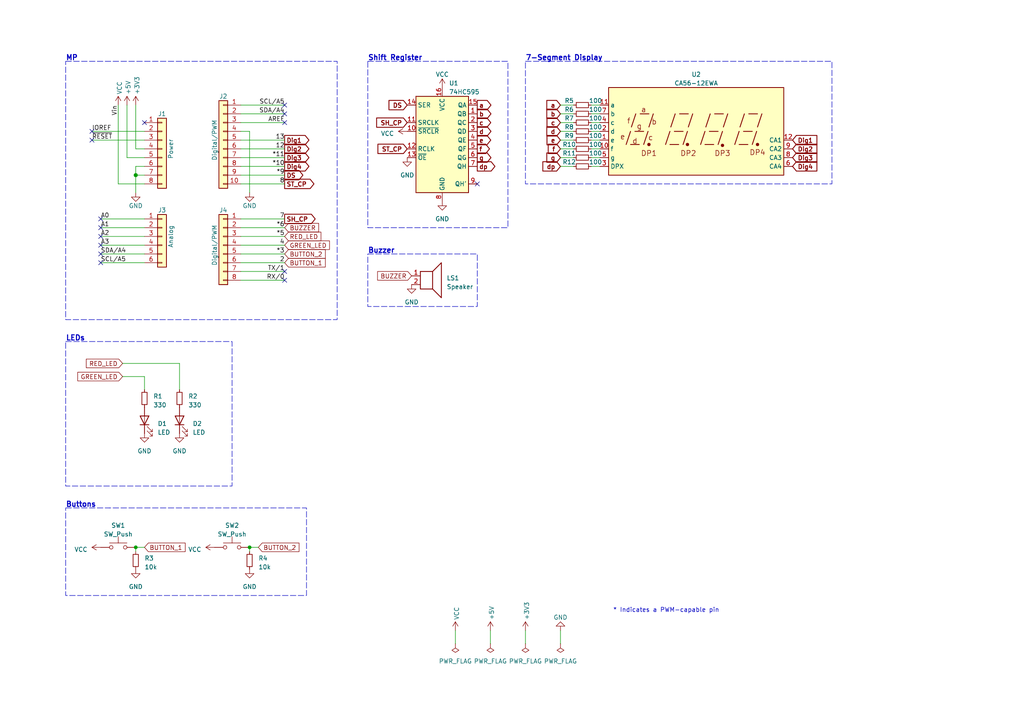
<source format=kicad_sch>
(kicad_sch (version 20230121) (generator eeschema)
  (paper "A4")
  (title_block (title "Kitchen Timer") (date "mar. 31 mars 2015") (rev "1.0") (company "University of Denver"))
  (lib_symbols
    (symbol "74xx:74HC595"
      (property "Reference" "U" (at -7.62 13.97 0))
      (property "Value" "74HC595" (at -7.62 -16.51 0))
      (symbol "74HC595_1_0"
        (pin tri_state line (at 10.16 7.62 180) (length 2.54) (name "QB") (number "1"))
        (pin input line (at -10.16 2.54 0) (length 2.54) (name "~{SRCLR}") (number "10"))
        (pin input line (at -10.16 5.08 0) (length 2.54) (name "SRCLK") (number "11"))
        (pin input line (at -10.16 -2.54 0) (length 2.54) (name "RCLK") (number "12"))
        (pin input line (at -10.16 -5.08 0) (length 2.54) (name "~{OE}") (number "13"))
        (pin input line (at -10.16 10.16 0) (length 2.54) (name "SER") (number "14"))
        (pin tri_state line (at 10.16 10.16 180) (length 2.54) (name "QA") (number "15"))
        (pin power_in line (at 0 15.24 270) (length 2.54) (name "VCC") (number "16"))
        (pin tri_state line (at 10.16 5.08 180) (length 2.54) (name "QC") (number "2"))
        (pin tri_state line (at 10.16 2.54 180) (length 2.54) (name "QD") (number "3"))
        (pin tri_state line (at 10.16 0 180) (length 2.54) (name "QE") (number "4"))
        (pin tri_state line (at 10.16 -2.54 180) (length 2.54) (name "QF") (number "5"))
        (pin tri_state line (at 10.16 -5.08 180) (length 2.54) (name "QG") (number "6"))
        (pin tri_state line (at 10.16 -7.62 180) (length 2.54) (name "QH") (number "7"))
        (pin power_in line (at 0 -17.78 90) (length 2.54) (name "GND") (number "8"))
        (pin output line (at 10.16 -12.7 180) (length 2.54) (name "QH'") (number "9"))
      )
      (symbol "74HC595_1_1"
        (rectangle (start -7.62 12.7) (end 7.62 -15.24) (stroke (width 0.254)) (fill (type background)))
      )
    )
    (symbol "Connector_Generic:Conn_01x06" (pin_names (offset 1.016) hide)
      (property "Reference" "J" (at 0 7.62 0))
      (property "Value" "Conn_01x06" (at 0 -10.16 0))
      (symbol "Conn_01x06_1_1"
        (rectangle (start -1.27 -7.493) (end 0 -7.747) (stroke (width 0.1524)))
        (rectangle (start -1.27 -4.953) (end 0 -5.207) (stroke (width 0.1524)))
        (rectangle (start -1.27 -2.413) (end 0 -2.667) (stroke (width 0.1524)))
        (rectangle (start -1.27 0.127) (end 0 -0.127) (stroke (width 0.1524)))
        (rectangle (start -1.27 2.667) (end 0 2.413) (stroke (width 0.1524)))
        (rectangle (start -1.27 5.207) (end 0 4.953) (stroke (width 0.1524)))
        (rectangle (start -1.27 6.35) (end 1.27 -8.89) (stroke (width 0.254)) (fill (type background)))
        (pin passive line (at -5.08 5.08 0) (length 3.81) (name "Pin_1") (number "1"))
        (pin passive line (at -5.08 2.54 0) (length 3.81) (name "Pin_2") (number "2"))
        (pin passive line (at -5.08 0 0) (length 3.81) (name "Pin_3") (number "3"))
        (pin passive line (at -5.08 -2.54 0) (length 3.81) (name "Pin_4") (number "4"))
        (pin passive line (at -5.08 -5.08 0) (length 3.81) (name "Pin_5") (number "5"))
        (pin passive line (at -5.08 -7.62 0) (length 3.81) (name "Pin_6") (number "6"))
      )
    )
    (symbol "Connector_Generic:Conn_01x08" (pin_names (offset 1.016) hide)
      (property "Reference" "J" (at 0 10.16 0))
      (property "Value" "Conn_01x08" (at 0 -12.7 0))
      (symbol "Conn_01x08_1_1"
        (rectangle (start -1.27 -10.033) (end 0 -10.287) (stroke (width 0.1524)))
        (rectangle (start -1.27 -7.493) (end 0 -7.747) (stroke (width 0.1524)))
        (rectangle (start -1.27 -4.953) (end 0 -5.207) (stroke (width 0.1524)))
        (rectangle (start -1.27 -2.413) (end 0 -2.667) (stroke (width 0.1524)))
        (rectangle (start -1.27 0.127) (end 0 -0.127) (stroke (width 0.1524)))
        (rectangle (start -1.27 2.667) (end 0 2.413) (stroke (width 0.1524)))
        (rectangle (start -1.27 5.207) (end 0 4.953) (stroke (width 0.1524)))
        (rectangle (start -1.27 7.747) (end 0 7.493) (stroke (width 0.1524)))
        (rectangle (start -1.27 8.89) (end 1.27 -11.43) (stroke (width 0.254)) (fill (type background)))
        (pin passive line (at -5.08 7.62 0) (length 3.81) (name "Pin_1") (number "1"))
        (pin passive line (at -5.08 5.08 0) (length 3.81) (name "Pin_2") (number "2"))
        (pin passive line (at -5.08 2.54 0) (length 3.81) (name "Pin_3") (number "3"))
        (pin passive line (at -5.08 0 0) (length 3.81) (name "Pin_4") (number "4"))
        (pin passive line (at -5.08 -2.54 0) (length 3.81) (name "Pin_5") (number "5"))
        (pin passive line (at -5.08 -5.08 0) (length 3.81) (name "Pin_6") (number "6"))
        (pin passive line (at -5.08 -7.62 0) (length 3.81) (name "Pin_7") (number "7"))
        (pin passive line (at -5.08 -10.16 0) (length 3.81) (name "Pin_8") (number "8"))
      )
    )
    (symbol "Connector_Generic:Conn_01x10" (pin_names (offset 1.016) hide)
      (property "Reference" "J" (at 0 12.7 0))
      (property "Value" "Conn_01x10" (at 0 -15.24 0))
      (symbol "Conn_01x10_1_1"
        (rectangle (start -1.27 -12.573) (end 0 -12.827) (stroke (width 0.1524)))
        (rectangle (start -1.27 -10.033) (end 0 -10.287) (stroke (width 0.1524)))
        (rectangle (start -1.27 -7.493) (end 0 -7.747) (stroke (width 0.1524)))
        (rectangle (start -1.27 -4.953) (end 0 -5.207) (stroke (width 0.1524)))
        (rectangle (start -1.27 -2.413) (end 0 -2.667) (stroke (width 0.1524)))
        (rectangle (start -1.27 0.127) (end 0 -0.127) (stroke (width 0.1524)))
        (rectangle (start -1.27 2.667) (end 0 2.413) (stroke (width 0.1524)))
        (rectangle (start -1.27 5.207) (end 0 4.953) (stroke (width 0.1524)))
        (rectangle (start -1.27 7.747) (end 0 7.493) (stroke (width 0.1524)))
        (rectangle (start -1.27 10.287) (end 0 10.033) (stroke (width 0.1524)))
        (rectangle (start -1.27 11.43) (end 1.27 -13.97) (stroke (width 0.254)) (fill (type background)))
        (pin passive line (at -5.08 10.16 0) (length 3.81) (name "Pin_1") (number "1"))
        (pin passive line (at -5.08 -12.7 0) (length 3.81) (name "Pin_10") (number "10"))
        (pin passive line (at -5.08 7.62 0) (length 3.81) (name "Pin_2") (number "2"))
        (pin passive line (at -5.08 5.08 0) (length 3.81) (name "Pin_3") (number "3"))
        (pin passive line (at -5.08 2.54 0) (length 3.81) (name "Pin_4") (number "4"))
        (pin passive line (at -5.08 0 0) (length 3.81) (name "Pin_5") (number "5"))
        (pin passive line (at -5.08 -2.54 0) (length 3.81) (name "Pin_6") (number "6"))
        (pin passive line (at -5.08 -5.08 0) (length 3.81) (name "Pin_7") (number "7"))
        (pin passive line (at -5.08 -7.62 0) (length 3.81) (name "Pin_8") (number "8"))
        (pin passive line (at -5.08 -10.16 0) (length 3.81) (name "Pin_9") (number "9"))
      )
    )
    (symbol "Device:LED" (pin_numbers hide) (pin_names (offset 1.016) hide)
      (property "Reference" "D" (at 0 2.54 0))
      (property "Value" "LED" (at 0 -2.54 0))
      (symbol "LED_0_1"
        (polyline (pts (xy -1.27 -1.27) (xy -1.27 1.27)) (stroke (width 0.254)))
        (polyline (pts (xy -1.27 0) (xy 1.27 0)))
        (polyline (pts (xy 1.27 -1.27) (xy 1.27 1.27) (xy -1.27 0) (xy 1.27 -1.27)) (stroke (width 0.254)))
        (polyline (pts (xy -3.048 -0.762) (xy -4.572 -2.286) (xy -3.81 -2.286) (xy -4.572 -2.286) (xy -4.572 -1.524)))
        (polyline (pts (xy -1.778 -0.762) (xy -3.302 -2.286) (xy -2.54 -2.286) (xy -3.302 -2.286) (xy -3.302 -1.524)))
      )
      (symbol "LED_1_1"
        (pin passive line (at -3.81 0 0) (length 2.54) (name "K") (number "1"))
        (pin passive line (at 3.81 0 180) (length 2.54) (name "A") (number "2"))
      )
    )
    (symbol "Device:R_Small" (pin_numbers hide) (pin_names (offset 0.254) hide)
      (property "Reference" "R" (at 0.762 0.508 0))
      (property "Value" "R_Small" (at 0.762 -1.016 0))
      (symbol "R_Small_0_1"
        (rectangle (start -0.762 1.778) (end 0.762 -1.778) (stroke (width 0.2032)))
      )
      (symbol "R_Small_1_1"
        (pin passive line (at 0 2.54 270) (length 0.762) (name "~") (number "1"))
        (pin passive line (at 0 -2.54 90) (length 0.762) (name "~") (number "2"))
      )
    )
    (symbol "Device:Speaker" (pin_names (offset 0) hide)
      (property "Reference" "LS" (at 1.27 5.715 0))
      (property "Value" "Speaker" (at 1.27 3.81 0))
      (symbol "Speaker_0_0"
        (rectangle (start -2.54 1.27) (end 1.016 -3.81) (stroke (width 0.254)))
        (polyline (pts (xy 1.016 1.27) (xy 3.556 3.81) (xy 3.556 -6.35) (xy 1.016 -3.81)) (stroke (width 0.254)))
      )
      (symbol "Speaker_1_1"
        (pin input line (at -5.08 0 0) (length 2.54) (name "1") (number "1"))
        (pin input line (at -5.08 -2.54 0) (length 2.54) (name "2") (number "2"))
      )
    )
    (symbol "Display_Character:CA56-12EWA"
      (property "Reference" "U" (at -24.13 13.97 0))
      (property "Value" "CA56-12EWA" (at 19.05 13.97 0))
      (symbol "CA56-12EWA_0_0"
        (rectangle (start -25.4 12.7) (end 25.4 -12.7) (stroke (width 0.254)) (fill (type background)))
        (polyline (pts (xy -20.32 -3.81) (xy -19.05 0)) (stroke (width 0.254)))
        (polyline (pts (xy -19.05 -3.81) (xy -16.51 -3.81)) (stroke (width 0.254)))
        (polyline (pts (xy -18.796 1.27) (xy -17.526 5.08)) (stroke (width 0.254)))
        (polyline (pts (xy -17.78 0) (xy -15.24 0)) (stroke (width 0.254)))
        (polyline (pts (xy -16.256 5.08) (xy -13.716 5.08)) (stroke (width 0.254)))
        (polyline (pts (xy -15.24 -3.81) (xy -13.97 0)) (stroke (width 0.254)))
        (polyline (pts (xy -13.716 1.27) (xy -12.446 5.08)) (stroke (width 0.254)))
        (polyline (pts (xy -8.89 -3.81) (xy -7.62 0)) (stroke (width 0.254)))
        (polyline (pts (xy -7.62 -3.81) (xy -5.08 -3.81)) (stroke (width 0.254)))
        (polyline (pts (xy -7.366 1.27) (xy -6.096 5.08)) (stroke (width 0.254)))
        (polyline (pts (xy -6.35 0) (xy -3.81 0)) (stroke (width 0.254)))
        (polyline (pts (xy -4.826 5.08) (xy -2.286 5.08)) (stroke (width 0.254)))
        (polyline (pts (xy -3.81 -3.81) (xy -2.54 0)) (stroke (width 0.254)))
        (polyline (pts (xy -2.286 1.27) (xy -1.016 5.08)) (stroke (width 0.254)))
        (polyline (pts (xy 1.27 -3.81) (xy 2.54 0)) (stroke (width 0.254)))
        (polyline (pts (xy 2.54 -3.81) (xy 5.08 -3.81)) (stroke (width 0.254)))
        (polyline (pts (xy 2.794 1.27) (xy 4.064 5.08)) (stroke (width 0.254)))
        (polyline (pts (xy 3.81 0) (xy 6.35 0)) (stroke (width 0.254)))
        (polyline (pts (xy 5.334 5.08) (xy 7.874 5.08)) (stroke (width 0.254)))
        (polyline (pts (xy 6.35 -3.81) (xy 7.62 0)) (stroke (width 0.254)))
        (polyline (pts (xy 7.874 1.27) (xy 9.144 5.08)) (stroke (width 0.254)))
        (polyline (pts (xy 11.176 -3.81) (xy 12.446 0)) (stroke (width 0.254)))
        (polyline (pts (xy 12.446 -3.81) (xy 14.986 -3.81)) (stroke (width 0.254)))
        (polyline (pts (xy 12.7 1.27) (xy 13.97 5.08)) (stroke (width 0.254)))
        (polyline (pts (xy 13.716 0) (xy 16.256 0)) (stroke (width 0.254)))
        (polyline (pts (xy 15.24 5.08) (xy 17.78 5.08)) (stroke (width 0.254)))
        (polyline (pts (xy 16.256 -3.81) (xy 17.526 0)) (stroke (width 0.254)))
        (polyline (pts (xy 17.78 1.27) (xy 19.05 5.08)) (stroke (width 0.254)))
        (text "a" (at -15.24 6.35 0) (effects (font (size 1.524 1.524))))
        (text "b" (at -12.192 2.794 0) (effects (font (size 1.524 1.524))))
        (text "c" (at -13.208 -1.778 0) (effects (font (size 1.524 1.524))))
        (text "d" (at -17.78 -2.794 0) (effects (font (size 1.524 1.524))))
        (text "DP1" (at -13.716 -6.35 0) (effects (font (size 1.524 1.524))))
        (text "DP2" (at -2.286 -6.35 0) (effects (font (size 1.524 1.524))))
        (text "DP3" (at 7.62 -6.35 0) (effects (font (size 1.524 1.524))))
        (text "DP4" (at 17.78 -6.096 0) (effects (font (size 1.524 1.524))))
        (text "e" (at -21.336 -1.524 0) (effects (font (size 1.524 1.524))))
        (text "f" (at -19.558 3.048 0) (effects (font (size 1.524 1.524))))
        (text "g" (at -16.51 1.524 0) (effects (font (size 1.524 1.524))))
      )
      (symbol "CA56-12EWA_0_1"
        (circle (center -13.716 -3.81) (radius 0.3556) (stroke (width 0.254)) (fill (type outline)))
        (circle (center -2.54 -3.81) (radius 0.3556) (stroke (width 0.254)) (fill (type outline)))
      )
      (symbol "CA56-12EWA_1_0"
        (circle (center 7.62 -4.064) (radius 0.3556) (stroke (width 0.254)) (fill (type outline)))
        (circle (center 17.78 -3.81) (radius 0.3556) (stroke (width 0.254)) (fill (type outline)))
      )
      (symbol "CA56-12EWA_1_1"
        (pin input line (at -27.94 -2.54 0) (length 2.54) (name "e") (number "1"))
        (pin input line (at -27.94 -5.08 0) (length 2.54) (name "f") (number "10"))
        (pin input line (at -27.94 7.62 0) (length 2.54) (name "a") (number "11"))
        (pin input line (at 27.94 -2.54 180) (length 2.54) (name "CA1") (number "12"))
        (pin input line (at -27.94 0 0) (length 2.54) (name "d") (number "2"))
        (pin input line (at -27.94 -10.16 0) (length 2.54) (name "DPX") (number "3"))
        (pin input line (at -27.94 2.54 0) (length 2.54) (name "c") (number "4"))
        (pin input line (at -27.94 -7.62 0) (length 2.54) (name "g") (number "5"))
        (pin input line (at 27.94 -10.16 180) (length 2.54) (name "CA4") (number "6"))
        (pin input line (at -27.94 5.08 0) (length 2.54) (name "b") (number "7"))
        (pin input line (at 27.94 -7.62 180) (length 2.54) (name "CA3") (number "8"))
        (pin input line (at 27.94 -5.08 180) (length 2.54) (name "CA2") (number "9"))
      )
    )
    (symbol "GND_1" (power) (pin_names (offset 0))
      (property "Value" "GND_1" (at 0 -3.81 0))
      (symbol "GND_1_0_1"
        (polyline (pts (xy 0 0) (xy 0 -1.27) (xy 1.27 -1.27) (xy 0 -2.54) (xy -1.27 -1.27) (xy 0 -1.27)))
      )
      (symbol "GND_1_1_1"
        (pin power_in line (at 0 0 270) (length 0) hide (name "GND") (number "1"))
      )
    )
    (symbol "GND_2" (power) (pin_names (offset 0))
      (property "Value" "GND_2" (at 0 -3.81 0))
      (symbol "GND_2_0_1"
        (polyline (pts (xy 0 0) (xy 0 -1.27) (xy 1.27 -1.27) (xy 0 -2.54) (xy -1.27 -1.27) (xy 0 -1.27)))
      )
      (symbol "GND_2_1_1"
        (pin power_in line (at 0 0 270) (length 0) hide (name "GND") (number "1"))
      )
    )
    (symbol "GND_3" (power) (pin_names (offset 0))
      (property "Value" "GND_3" (at 0 -3.81 0))
      (symbol "GND_3_0_1"
        (polyline (pts (xy 0 0) (xy 0 -1.27) (xy 1.27 -1.27) (xy 0 -2.54) (xy -1.27 -1.27) (xy 0 -1.27)))
      )
      (symbol "GND_3_1_1"
        (pin power_in line (at 0 0 270) (length 0) hide (name "GND") (number "1"))
      )
    )
    (symbol "GND_4" (power) (pin_names (offset 0))
      (property "Value" "GND_4" (at 0 -3.81 0))
      (symbol "GND_4_0_1"
        (polyline (pts (xy 0 0) (xy 0 -1.27) (xy 1.27 -1.27) (xy 0 -2.54) (xy -1.27 -1.27) (xy 0 -1.27)))
      )
      (symbol "GND_4_1_1"
        (pin power_in line (at 0 0 270) (length 0) hide (name "GND") (number "1"))
      )
    )
    (symbol "GND_5" (power) (pin_names (offset 0))
      (property "Value" "GND_5" (at 0 -3.81 0))
      (symbol "GND_5_0_1"
        (polyline (pts (xy 0 0) (xy 0 -1.27) (xy 1.27 -1.27) (xy 0 -2.54) (xy -1.27 -1.27) (xy 0 -1.27)))
      )
      (symbol "GND_5_1_1"
        (pin power_in line (at 0 0 270) (length 0) hide (name "GND") (number "1"))
      )
    )
    (symbol "Switch:SW_Push" (pin_numbers hide) (pin_names (offset 1.016) hide)
      (property "Reference" "SW" (at 1.27 2.54 0))
      (property "Value" "SW_Push" (at 0 -1.524 0))
      (symbol "SW_Push_0_1"
        (circle (center -2.032 0) (radius 0.508))
        (polyline (pts (xy 0 1.27) (xy 0 3.048)))
        (polyline (pts (xy 2.54 1.27) (xy -2.54 1.27)))
        (circle (center 2.032 0) (radius 0.508))
        (pin passive line (at -5.08 0 0) (length 2.54) (name "1") (number "1"))
        (pin passive line (at 5.08 0 180) (length 2.54) (name "2") (number "2"))
      )
    )
    (symbol "VCC_1" (power) (pin_names (offset 0))
      (property "Value" "VCC_1" (at 0 3.81 0))
      (symbol "VCC_1_0_1"
        (polyline (pts (xy -0.762 1.27) (xy 0 2.54)))
        (polyline (pts (xy 0 0) (xy 0 2.54)))
        (polyline (pts (xy 0 2.54) (xy 0.762 1.27)))
      )
      (symbol "VCC_1_1_1"
        (pin power_in line (at 0 0 90) (length 0) hide (name "VCC") (number "1"))
      )
    )
    (symbol "VCC_2" (power) (pin_names (offset 0))
      (property "Value" "VCC_2" (at 0 3.81 0))
      (symbol "VCC_2_0_1"
        (polyline (pts (xy -0.762 1.27) (xy 0 2.54)))
        (polyline (pts (xy 0 0) (xy 0 2.54)))
        (polyline (pts (xy 0 2.54) (xy 0.762 1.27)))
      )
      (symbol "VCC_2_1_1"
        (pin power_in line (at 0 0 90) (length 0) hide (name "VCC") (number "1"))
      )
    )
    (symbol "power:+3V3" (power) (pin_names (offset 0))
      (property "Value" "+3V3" (at 0 3.556 0))
      (symbol "+3V3_0_1"
        (polyline (pts (xy -0.762 1.27) (xy 0 2.54)))
        (polyline (pts (xy 0 0) (xy 0 2.54)))
        (polyline (pts (xy 0 2.54) (xy 0.762 1.27)))
      )
      (symbol "+3V3_1_1"
        (pin power_in line (at 0 0 90) (length 0) hide (name "+3V3") (number "1"))
      )
    )
    (symbol "power:+5V" (power) (pin_names (offset 0))
      (property "Value" "+5V" (at 0 3.556 0))
      (symbol "+5V_0_1"
        (polyline (pts (xy -0.762 1.27) (xy 0 2.54)))
        (polyline (pts (xy 0 0) (xy 0 2.54)))
        (polyline (pts (xy 0 2.54) (xy 0.762 1.27)))
      )
      (symbol "+5V_1_1"
        (pin power_in line (at 0 0 90) (length 0) hide (name "+5V") (number "1"))
      )
    )
    (symbol "power:GND" (power) (pin_names (offset 0))
      (property "Value" "GND" (at 0 -3.81 0))
      (symbol "GND_0_1"
        (polyline (pts (xy 0 0) (xy 0 -1.27) (xy 1.27 -1.27) (xy 0 -2.54) (xy -1.27 -1.27) (xy 0 -1.27)))
      )
      (symbol "GND_1_1"
        (pin power_in line (at 0 0 270) (length 0) hide (name "GND") (number "1"))
      )
    )
    (symbol "power:PWR_FLAG" (power) (pin_numbers hide) (pin_names (offset 0) hide)
      (property "Value" "PWR_FLAG" (at 0 3.81 0))
      (symbol "PWR_FLAG_0_0"
        (pin power_out line (at 0 0 90) (length 0) (name "pwr") (number "1"))
      )
      (symbol "PWR_FLAG_0_1"
        (polyline (pts (xy 0 0) (xy 0 1.27) (xy -1.016 1.905) (xy 0 2.54) (xy 1.016 1.905) (xy 0 1.27)))
      )
    )
    (symbol "power:VCC" (power) (pin_names (offset 0))
      (property "Value" "VCC" (at 0 3.81 0))
      (symbol "VCC_0_1"
        (polyline (pts (xy -0.762 1.27) (xy 0 2.54)))
        (polyline (pts (xy 0 0) (xy 0 2.54)))
        (polyline (pts (xy 0 2.54) (xy 0.762 1.27)))
      )
      (symbol "VCC_1_1"
        (pin power_in line (at 0 0 90) (length 0) hide (name "VCC") (number "1"))
      )
    )
  )
  (junction (at 39.37 50.8) (diameter 1.016))
  (junction (at 72.39 158.75))
  (junction (at 39.37 158.75))
  (no_connect (at 82.55 35.56))
  (no_connect (at 29.21 66.04))
  (no_connect (at 29.21 68.58))
  (no_connect (at 26.67 40.64))
  (no_connect (at 29.21 63.5))
  (no_connect (at 138.43 53.34))
  (no_connect (at 29.21 71.12))
  (no_connect (at 26.67 38.1))
  (no_connect (at 82.55 30.48))
  (no_connect (at 29.21 73.66))
  (no_connect (at 29.21 76.2))
  (no_connect (at 82.55 81.28))
  (no_connect (at 82.55 78.74))
  (no_connect (at 41.91 35.56))
  (no_connect (at 82.55 33.02))
  (wire (pts (xy 69.85 81.28) (xy 82.55 81.28)))
  (wire (pts (xy 171.45 45.72) (xy 173.99 45.72)))
  (wire (pts (xy 69.85 48.26) (xy 82.55 48.26)))
  (wire (pts (xy 35.56 105.41) (xy 52.07 105.41)))
  (wire (pts (xy 69.85 30.48) (xy 82.55 30.48)))
  (wire (pts (xy 171.45 33.02) (xy 173.99 33.02)))
  (wire (pts (xy 39.37 48.26) (xy 39.37 50.8)))
  (wire (pts (xy 171.45 43.18) (xy 173.99 43.18)))
  (wire (pts (xy 171.45 48.26) (xy 173.99 48.26)))
  (wire (pts (xy 52.07 113.03) (xy 52.07 105.41)))
  (wire (pts (xy 29.21 76.2) (xy 41.91 76.2)))
  (wire (pts (xy 162.56 38.1) (xy 166.37 38.1)))
  (wire (pts (xy 39.37 50.8) (xy 39.37 55.88)))
  (wire (pts (xy 39.37 43.18) (xy 41.91 43.18)))
  (wire (pts (xy 36.83 45.72) (xy 41.91 45.72)))
  (wire (pts (xy 36.83 30.48) (xy 36.83 45.72)))
  (wire (pts (xy 35.56 109.22) (xy 41.91 109.22)))
  (wire (pts (xy 162.56 182.88) (xy 162.56 186.69)))
  (wire (pts (xy 69.85 40.64) (xy 82.55 40.64)))
  (wire (pts (xy 39.37 30.48) (xy 39.37 43.18)))
  (wire (pts (xy 69.85 63.5) (xy 82.55 63.5)))
  (wire (pts (xy 41.91 63.5) (xy 29.21 63.5)))
  (wire (pts (xy 171.45 38.1) (xy 173.99 38.1)))
  (wire (pts (xy 69.85 43.18) (xy 82.55 43.18)))
  (wire (pts (xy 69.85 66.04) (xy 82.55 66.04)))
  (wire (pts (xy 162.56 30.48) (xy 166.37 30.48)))
  (wire (pts (xy 162.56 43.18) (xy 166.37 43.18)))
  (wire (pts (xy 162.56 40.64) (xy 166.37 40.64)))
  (wire (pts (xy 171.45 30.48) (xy 173.99 30.48)))
  (wire (pts (xy 72.39 158.75) (xy 72.39 160.02)))
  (wire (pts (xy 69.85 50.8) (xy 82.55 50.8)))
  (wire (pts (xy 162.56 48.26) (xy 166.37 48.26)))
  (wire (pts (xy 69.85 71.12) (xy 82.55 71.12)))
  (wire (pts (xy 162.56 33.02) (xy 166.37 33.02)))
  (wire (pts (xy 26.67 38.1) (xy 41.91 38.1)))
  (wire (pts (xy 142.24 182.88) (xy 142.24 186.69)))
  (wire (pts (xy 132.08 182.88) (xy 132.08 186.69)))
  (wire (pts (xy 171.45 40.64) (xy 173.99 40.64)))
  (wire (pts (xy 41.91 113.03) (xy 41.91 109.22)))
  (wire (pts (xy 72.39 38.1) (xy 72.39 55.88)))
  (wire (pts (xy 69.85 35.56) (xy 82.55 35.56)))
  (wire (pts (xy 41.91 68.58) (xy 29.21 68.58)))
  (wire (pts (xy 26.67 40.64) (xy 41.91 40.64)))
  (wire (pts (xy 41.91 50.8) (xy 39.37 50.8)))
  (wire (pts (xy 41.91 53.34) (xy 34.29 53.34)))
  (wire (pts (xy 29.21 66.04) (xy 41.91 66.04)))
  (wire (pts (xy 162.56 35.56) (xy 166.37 35.56)))
  (wire (pts (xy 39.37 158.75) (xy 39.37 160.02)))
  (wire (pts (xy 171.45 35.56) (xy 173.99 35.56)))
  (wire (pts (xy 152.4 182.88) (xy 152.4 186.69)))
  (wire (pts (xy 69.85 38.1) (xy 72.39 38.1)))
  (wire (pts (xy 39.37 158.75) (xy 41.91 158.75)))
  (wire (pts (xy 41.91 48.26) (xy 39.37 48.26)))
  (wire (pts (xy 69.85 45.72) (xy 82.55 45.72)))
  (wire (pts (xy 69.85 68.58) (xy 82.55 68.58)))
  (wire (pts (xy 162.56 45.72) (xy 166.37 45.72)))
  (wire (pts (xy 29.21 71.12) (xy 41.91 71.12)))
  (wire (pts (xy 69.85 33.02) (xy 82.55 33.02)))
  (wire (pts (xy 69.85 76.2) (xy 82.55 76.2)))
  (wire (pts (xy 69.85 73.66) (xy 82.55 73.66)))
  (wire (pts (xy 69.85 78.74) (xy 82.55 78.74)))
  (wire (pts (xy 72.39 158.75) (xy 74.93 158.75)))
  (wire (pts (xy 34.29 53.34) (xy 34.29 30.48)))
  (wire (pts (xy 41.91 73.66) (xy 29.21 73.66)))
  (wire (pts (xy 69.85 53.34) (xy 82.55 53.34)))
  (rectangle (start 106.68 17.78) (end 147.32 66.04) (stroke (width 0) (type dash)))
  (rectangle (start 152.4 17.78) (end 241.3 53.34) (stroke (width 0) (type dash)))
  (rectangle (start 31.75 147.32) (end 31.75 147.32))
  (rectangle (start 19.05 17.78) (end 97.79 92.71) (stroke (width 0) (type dash)))
  (rectangle (start 19.05 99.06) (end 67.31 140.97) (stroke (width 0) (type dash)))
  (rectangle (start 19.05 147.32) (end 88.9 172.72) (stroke (width 0) (type dash)))
  (rectangle (start 106.68 73.66) (end 138.43 88.9) (stroke (width 0) (type dash)))
  (text "Buzzer" (at 106.68 73.66 0) (effects (font (size 1.5 1.5) (thickness 0.3) bold) (justify left bottom)))
  (text "Buttons" (at 19.05 147.32 0) (effects (font (size 1.5 1.5) (thickness 0.3) bold) (justify left bottom)))
  (text "MP" (at 19.05 17.78 0) (effects (font (size 1.5 1.5) (thickness 0.3) bold) (justify left bottom)))
  (text "7-Segment Display" (at 152.4 17.78 0) (effects (font (size 1.5 1.5) bold) (justify left bottom)))
  (text "Shift Register" (at 106.68 17.78 0) (effects (font (size 1.5 1.5) bold) (justify left bottom)))
  (text "* Indicates a PWM-capable pin" (at 177.8 177.8 0) (effects (font (size 1.27 1.27)) (justify left bottom)))
  (text "LEDs\n" (at 19.05 99.06 0) (effects (font (size 1.5 1.5) (thickness 0.3) bold) (justify left bottom)))
  (label "RX{slash}0" (at 82.55 81.28 180))
  (label "A2" (at 29.21 68.58 0))
  (label "4" (at 82.55 71.12 180))
  (label "2" (at 82.55 76.2 180))
  (label "A3" (at 29.21 71.12 0))
  (label "13" (at 82.55 40.64 180))
  (label "12" (at 82.55 43.18 180))
  (label "~{RESET}" (at 26.67 40.64 0))
  (label "*10" (at 82.55 48.26 180))
  (label "7" (at 82.55 63.5 180))
  (label "SDA{slash}A4" (at 82.55 33.02 180))
  (label "8" (at 82.55 53.34 180))
  (label "*11" (at 82.55 45.72 180))
  (label "*3" (at 82.55 73.66 180))
  (label "A1" (at 29.21 66.04 0))
  (label "TX{slash}1" (at 82.55 78.74 180))
  (label "A0" (at 29.21 63.5 0))
  (label "AREF" (at 82.55 35.56 180))
  (label "Vin" (at 34.29 30.48 270))
  (label "*6" (at 82.55 66.04 180))
  (label "SCL{slash}A5" (at 82.55 30.48 180))
  (label "*9" (at 82.55 50.8 180))
  (label "*5" (at 82.55 68.58 180))
  (label "IOREF" (at 26.67 38.1 0))
  (label "SDA{slash}A4" (at 29.21 73.66 0))
  (label "SCL{slash}A5" (at 29.21 76.2 0))
  (global_label "Dig4" (shape input) (at 229.87 48.26 0) (effects (font bold)) (property "Intersheetrefs" "${INTERSHEET_REFS}" (effects hide)))
  (global_label "Dig3" (shape input) (at 229.87 45.72 0) (effects (font bold)) (property "Intersheetrefs" "${INTERSHEET_REFS}" (effects hide)))
  (global_label "GREEN_LED" (shape input) (at 35.56 109.22 180) (property "Intersheetrefs" "${INTERSHEET_REFS}" (effects hide)))
  (global_label "e" (shape input) (at 162.56 40.64 180) (effects (font bold)) (property "Intersheetrefs" "${INTERSHEET_REFS}" (effects hide)))
  (global_label "BUTTON_2" (shape input) (at 74.93 158.75 0) (property "Intersheetrefs" "${INTERSHEET_REFS}" (effects hide)))
  (global_label "ST_CP" (shape output) (at 82.55 53.34 0) (effects (font bold)) (property "Intersheetrefs" "${INTERSHEET_REFS}" (effects hide)))
  (global_label "dp" (shape input) (at 162.56 48.26 180) (effects (font bold)) (property "Intersheetrefs" "${INTERSHEET_REFS}" (effects hide)))
  (global_label "Dig4" (shape output) (at 82.55 48.26 0) (effects (font bold)) (property "Intersheetrefs" "${INTERSHEET_REFS}" (effects hide)))
  (global_label "Dig1" (shape input) (at 229.87 40.64 0) (effects (font bold)) (property "Intersheetrefs" "${INTERSHEET_REFS}" (effects hide)))
  (global_label "BUTTON_1" (shape input) (at 82.55 76.2 0) (property "Intersheetrefs" "${INTERSHEET_REFS}" (effects hide)))
  (global_label "SH_CP" (shape input) (at 118.11 35.56 180) (effects (font bold)) (property "Intersheetrefs" "${INTERSHEET_REFS}" (effects hide)))
  (global_label "f" (shape input) (at 162.56 43.18 180) (effects (font bold)) (property "Intersheetrefs" "${INTERSHEET_REFS}" (effects hide)))
  (global_label "d" (shape output) (at 138.43 38.1 0) (effects (font bold)) (property "Intersheetrefs" "${INTERSHEET_REFS}" (effects hide)))
  (global_label "Dig3" (shape output) (at 82.55 45.72 0) (effects (font bold)) (property "Intersheetrefs" "${INTERSHEET_REFS}" (effects hide)))
  (global_label "dp" (shape output) (at 138.43 48.26 0) (effects (font bold)) (property "Intersheetrefs" "${INTERSHEET_REFS}" (effects hide)))
  (global_label "b" (shape input) (at 162.56 33.02 180) (effects (font bold)) (property "Intersheetrefs" "${INTERSHEET_REFS}" (effects hide)))
  (global_label "a" (shape input) (at 162.56 30.48 180) (effects (font bold)) (property "Intersheetrefs" "${INTERSHEET_REFS}" (effects hide)))
  (global_label "e" (shape output) (at 138.43 40.64 0) (effects (font bold)) (property "Intersheetrefs" "${INTERSHEET_REFS}" (effects hide)))
  (global_label "GREEN_LED" (shape input) (at 82.55 71.12 0) (property "Intersheetrefs" "${INTERSHEET_REFS}" (effects hide)))
  (global_label "g" (shape input) (at 162.56 45.72 180) (effects (font bold)) (property "Intersheetrefs" "${INTERSHEET_REFS}" (effects hide)))
  (global_label "BUTTON_1" (shape input) (at 41.91 158.75 0) (property "Intersheetrefs" "${INTERSHEET_REFS}" (effects hide)))
  (global_label "c" (shape input) (at 162.56 35.56 180) (effects (font bold)) (property "Intersheetrefs" "${INTERSHEET_REFS}" (effects hide)))
  (global_label "Dig1" (shape output) (at 82.55 40.64 0) (effects (font bold)) (property "Intersheetrefs" "${INTERSHEET_REFS}" (effects hide)))
  (global_label "RED_LED" (shape input) (at 35.56 105.41 180) (property "Intersheetrefs" "${INTERSHEET_REFS}" (effects hide)))
  (global_label "SH_CP" (shape output) (at 82.55 63.5 0) (effects (font bold)) (property "Intersheetrefs" "${INTERSHEET_REFS}" (effects hide)))
  (global_label "DS" (shape output) (at 82.55 50.8 0) (effects (font bold)) (property "Intersheetrefs" "${INTERSHEET_REFS}" (effects hide)))
  (global_label "f" (shape output) (at 138.43 43.18 0) (effects (font bold)) (property "Intersheetrefs" "${INTERSHEET_REFS}" (effects hide)))
  (global_label "Dig2" (shape input) (at 229.87 43.18 0) (effects (font bold)) (property "Intersheetrefs" "${INTERSHEET_REFS}" (effects hide)))
  (global_label "BUZZER" (shape input) (at 82.55 66.04 0) (property "Intersheetrefs" "${INTERSHEET_REFS}" (effects hide)))
  (global_label "RED_LED" (shape input) (at 82.55 68.58 0) (property "Intersheetrefs" "${INTERSHEET_REFS}" (effects hide)))
  (global_label "a" (shape output) (at 138.43 30.48 0) (effects (font bold)) (property "Intersheetrefs" "${INTERSHEET_REFS}" (effects hide)))
  (global_label "d" (shape input) (at 162.56 38.1 180) (effects (font bold)) (property "Intersheetrefs" "${INTERSHEET_REFS}" (effects hide)))
  (global_label "DS" (shape input) (at 118.11 30.48 180) (effects (font bold)) (property "Intersheetrefs" "${INTERSHEET_REFS}" (effects hide)))
  (global_label "ST_CP" (shape input) (at 118.11 43.18 180) (effects (font bold)) (property "Intersheetrefs" "${INTERSHEET_REFS}" (effects hide)))
  (global_label "BUTTON_2" (shape input) (at 82.55 73.66 0) (property "Intersheetrefs" "${INTERSHEET_REFS}" (effects hide)))
  (global_label "Dig2" (shape output) (at 82.55 43.18 0) (effects (font bold)) (property "Intersheetrefs" "${INTERSHEET_REFS}" (effects hide)))
  (global_label "BUZZER" (shape input) (at 119.38 80.01 180) (property "Intersheetrefs" "${INTERSHEET_REFS}" (effects hide)))
  (global_label "b" (shape output) (at 138.43 33.02 0) (effects (font bold)) (property "Intersheetrefs" "${INTERSHEET_REFS}" (effects hide)))
  (global_label "c" (shape output) (at 138.43 35.56 0) (effects (font bold)) (property "Intersheetrefs" "${INTERSHEET_REFS}" (effects hide)))
  (global_label "g" (shape output) (at 138.43 45.72 0) (effects (font bold)) (property "Intersheetrefs" "${INTERSHEET_REFS}" (effects hide)))
  (symbol (lib_id "Connector_Generic:Conn_01x08") (at 46.99 43.18 0) (unit 1)
    (property "Reference" "J1" (at 46.99 33.02 0))
    (property "Value" "Power" (at 49.53 43.18 90))
    (property "Footprint" "Connector_PinSocket_2.54mm:PinSocket_1x08_P2.54mm_Vertical" (effects hide))
  )
  (symbol (lib_id "power:+3V3") (at 39.37 30.48 0) (unit 1)
    (property "Reference" "#PWR03" (effects hide))
    (property "Value" "+3.3V" (at 39.751 27.432 90) (effects (justify left)))
  )
  (symbol (lib_id "power:+5V") (at 36.83 30.48 0) (unit 1)
    (property "Reference" "#PWR02" (effects hide))
    (property "Value" "+5V" (at 37.1856 27.432 90) (effects (justify left)))
  )
  (symbol (lib_id "power:GND") (at 39.37 55.88 0) (unit 1)
    (property "Reference" "#PWR04" (effects hide))
    (property "Value" "GND" (at 39.37 59.69 0))
  )
  (symbol (lib_id "Connector_Generic:Conn_01x10") (at 64.77 40.64 0) (mirror y) (unit 1)
    (property "Reference" "J2" (at 64.77 27.94 0))
    (property "Value" "Digital/PWM" (at 62.23 40.64 90))
    (property "Footprint" "Connector_PinSocket_2.54mm:PinSocket_1x10_P2.54mm_Vertical" (effects hide))
  )
  (symbol (lib_id "power:GND") (at 72.39 55.88 0) (unit 1)
    (property "Reference" "#PWR05" (effects hide))
    (property "Value" "GND" (at 72.39 59.69 0))
  )
  (symbol (lib_id "Connector_Generic:Conn_01x06") (at 46.99 68.58 0) (unit 1)
    (property "Reference" "J3" (at 46.99 60.96 0))
    (property "Value" "Analog" (at 49.53 68.58 90))
    (property "Footprint" "Connector_PinSocket_2.54mm:PinSocket_1x06_P2.54mm_Vertical" (effects hide))
  )
  (symbol (lib_id "Connector_Generic:Conn_01x08") (at 64.77 71.12 0) (mirror y) (unit 1)
    (property "Reference" "J4" (at 64.77 60.96 0))
    (property "Value" "Digital/PWM" (at 62.23 71.12 90))
    (property "Footprint" "Connector_PinSocket_2.54mm:PinSocket_1x08_P2.54mm_Vertical" (effects hide))
  )
  (symbol (lib_id "Device:R_Small") (at 168.91 30.48 90) (unit 1)
    (property "Reference" "R5" (at 165.1 29.21 90))
    (property "Value" "100" (at 172.72 29.21 90))
    (property "Footprint" "Resistor_THT:R_Axial_DIN0207_L6.3mm_D2.5mm_P10.16mm_Horizontal" (effects hide))
  )
  (symbol (lib_id "Display_Character:CA56-12EWA") (at 201.93 38.1 0) (unit 1)
    (property "Reference" "U2" (at 201.93 21.59 0))
    (property "Value" "CA56-12EWA" (at 201.93 24.13 0))
    (property "Footprint" "Display_7Segment:CA56-12EWA" (effects hide))
    (property "Datasheet" "http://www.kingbrightusa.com/images/catalog/SPEC/CA56-12EWA.pdf" (effects hide))
  )
  (symbol (lib_id "Device:R_Small") (at 41.91 115.57 0) (unit 1)
    (property "Reference" "R1" (at 44.45 114.935 0) (effects (justify left)))
    (property "Value" "330" (at 44.45 117.475 0) (effects (justify left)))
    (property "Footprint" "Resistor_THT:R_Axial_DIN0207_L6.3mm_D2.5mm_P10.16mm_Horizontal" (effects hide))
  )
  (symbol (lib_name "VCC_2") (lib_id "power:VCC") (at 128.27 25.4 0) (unit 1)
    (property "Reference" "#PWR015" (effects hide))
    (property "Value" "+5V" (at 128.27 21.59 0))
  )
  (symbol (lib_id "power:+3V3") (at 152.4 182.88 0) (unit 1)
    (property "Reference" "#PWR019" (effects hide))
    (property "Value" "+3.3V" (at 152.781 179.832 90) (effects (justify left)))
  )
  (symbol (lib_name "GND_3") (lib_id "power:GND") (at 119.38 82.55 0) (unit 1)
    (property "Reference" "#PWR012" (effects hide))
    (property "Value" "GND" (at 119.38 87.63 0))
  )
  (symbol (lib_id "Switch:SW_Push") (at 34.29 158.75 0) (unit 1)
    (property "Reference" "SW1" (at 34.29 152.4 0))
    (property "Value" "SW_Push" (at 34.29 154.94 0))
    (property "Footprint" "Button_Switch_THT:SW_PUSH_6mm" (effects hide))
  )
  (symbol (lib_name "VCC_1") (lib_id "power:VCC") (at 62.23 158.75 90) (unit 1)
    (property "Reference" "#PWR010" (effects hide))
    (property "Value" "+5V" (at 58.42 159.385 90) (effects (justify left)))
  )
  (symbol (lib_id "Device:R_Small") (at 168.91 35.56 90) (unit 1)
    (property "Reference" "R7" (at 165.1 34.29 90))
    (property "Value" "100" (at 172.72 34.29 90))
    (property "Footprint" "Resistor_THT:R_Axial_DIN0207_L6.3mm_D2.5mm_P10.16mm_Horizontal" (effects hide))
  )
  (symbol (lib_id "Device:R_Small") (at 168.91 48.26 90) (unit 1)
    (property "Reference" "R12" (at 165.1 46.99 90))
    (property "Value" "100" (at 172.72 46.99 90))
    (property "Footprint" "Resistor_THT:R_Axial_DIN0207_L6.3mm_D2.5mm_P10.16mm_Horizontal" (effects hide))
  )
  (symbol (lib_id "Device:R_Small") (at 168.91 38.1 90) (unit 1)
    (property "Reference" "R8" (at 165.1 36.83 90))
    (property "Value" "100" (at 172.72 36.83 90))
    (property "Footprint" "Resistor_THT:R_Axial_DIN0207_L6.3mm_D2.5mm_P10.16mm_Horizontal" (effects hide))
  )
  (symbol (lib_name "VCC_1") (lib_id "power:VCC") (at 29.21 158.75 90) (unit 1)
    (property "Reference" "#PWR09" (effects hide))
    (property "Value" "+5V" (at 25.4 159.385 90) (effects (justify left)))
  )
  (symbol (lib_id "power:PWR_FLAG") (at 142.24 186.69 180) (unit 1)
    (property "Reference" "#FLG02" (effects hide))
    (property "Value" "PWR_FLAG" (at 142.24 191.77 0))
  )
  (symbol (lib_id "Device:LED") (at 52.07 121.92 90) (unit 1)
    (property "Reference" "D2" (at 55.88 122.8725 90) (effects (justify right)))
    (property "Value" "LED" (at 55.88 125.4125 90) (effects (justify right)))
    (property "Footprint" "LED_THT:LED_D5.0mm_Clear" (effects hide))
  )
  (symbol (lib_id "power:VCC") (at 34.29 30.48 0) (unit 1)
    (property "Reference" "#PWR01" (effects hide))
    (property "Value" "VCC" (at 34.671 27.432 90) (effects (justify left)))
  )
  (symbol (lib_id "power:PWR_FLAG") (at 162.56 186.69 180) (unit 1)
    (property "Reference" "#FLG04" (effects hide))
    (property "Value" "PWR_FLAG" (at 162.56 191.77 0))
  )
  (symbol (lib_id "Device:Speaker") (at 124.46 80.01 0) (unit 1)
    (property "Reference" "LS1" (at 129.54 80.645 0) (effects (justify left)))
    (property "Value" "Speaker" (at 129.54 83.185 0) (effects (justify left)))
    (property "Footprint" "Buzzer_Beeper:Buzzer_12x9.5RM7.6" (effects hide))
  )
  (symbol (lib_name "GND_4") (lib_id "power:GND") (at 118.11 45.72 0) (unit 1)
    (property "Reference" "#PWR013" (effects hide))
    (property "Value" "GND" (at 118.11 50.8 0))
  )
  (symbol (lib_id "74xx:74HC595") (at 128.27 40.64 0) (unit 1)
    (property "Reference" "U1" (at 130.2259 24.13 0) (effects (justify left)))
    (property "Value" "74HC595" (at 130.2259 26.67 0) (effects (justify left)))
    (property "Footprint" "Package_DIP:DIP-16_W7.62mm_Socket" (effects hide))
    (property "Datasheet" "http://www.ti.com/lit/ds/symlink/sn74hc595.pdf" (effects hide))
  )
  (symbol (lib_id "Device:R_Small") (at 168.91 43.18 90) (unit 1)
    (property "Reference" "R10" (at 165.1 41.91 90))
    (property "Value" "100" (at 172.72 41.91 90))
    (property "Footprint" "Resistor_THT:R_Axial_DIN0207_L6.3mm_D2.5mm_P10.16mm_Horizontal" (effects hide))
  )
  (symbol (lib_id "power:+5V") (at 142.24 182.88 0) (unit 1)
    (property "Reference" "#PWR018" (effects hide))
    (property "Value" "+5V" (at 142.5956 179.832 90) (effects (justify left)))
  )
  (symbol (lib_id "Switch:SW_Push") (at 67.31 158.75 0) (unit 1)
    (property "Reference" "SW2" (at 67.31 152.4 0))
    (property "Value" "SW_Push" (at 67.31 154.94 0))
    (property "Footprint" "Button_Switch_THT:SW_PUSH_6mm" (effects hide))
  )
  (symbol (lib_name "GND_1") (lib_id "power:GND") (at 52.07 125.73 0) (unit 1)
    (property "Reference" "#PWR07" (effects hide))
    (property "Value" "GND" (at 52.07 130.81 0))
  )
  (symbol (lib_name "GND_2") (lib_id "power:GND") (at 39.37 165.1 0) (unit 1)
    (property "Reference" "#PWR08" (effects hide))
    (property "Value" "GND" (at 39.37 170.18 0))
  )
  (symbol (lib_id "power:VCC") (at 132.08 182.88 0) (unit 1)
    (property "Reference" "#PWR017" (effects hide))
    (property "Value" "VCC" (at 132.461 179.832 90) (effects (justify left)))
  )
  (symbol (lib_id "Device:R_Small") (at 168.91 40.64 90) (unit 1)
    (property "Reference" "R9" (at 165.1 39.37 90))
    (property "Value" "100" (at 172.72 39.37 90))
    (property "Footprint" "Resistor_THT:R_Axial_DIN0207_L6.3mm_D2.5mm_P10.16mm_Horizontal" (effects hide))
  )
  (symbol (lib_id "Device:R_Small") (at 168.91 45.72 90) (unit 1)
    (property "Reference" "R11" (at 165.1 44.45 90))
    (property "Value" "100" (at 172.72 44.45 90))
    (property "Footprint" "Resistor_THT:R_Axial_DIN0207_L6.3mm_D2.5mm_P10.16mm_Horizontal" (effects hide))
  )
  (symbol (lib_id "Device:R_Small") (at 72.39 162.56 0) (unit 1)
    (property "Reference" "R4" (at 74.93 161.925 0) (effects (justify left)))
    (property "Value" "10k" (at 74.93 164.465 0) (effects (justify left)))
    (property "Footprint" "Resistor_THT:R_Axial_DIN0207_L6.3mm_D2.5mm_P10.16mm_Horizontal" (effects hide))
  )
  (symbol (lib_name "VCC_2") (lib_id "power:VCC") (at 118.11 38.1 90) (unit 1)
    (property "Reference" "#PWR014" (effects hide))
    (property "Value" "+5V" (at 114.3 38.735 90) (effects (justify left)))
  )
  (symbol (lib_id "Device:R_Small") (at 52.07 115.57 0) (unit 1)
    (property "Reference" "R2" (at 54.61 114.935 0) (effects (justify left)))
    (property "Value" "330" (at 54.61 117.475 0) (effects (justify left)))
    (property "Footprint" "Resistor_THT:R_Axial_DIN0207_L6.3mm_D2.5mm_P10.16mm_Horizontal" (effects hide))
  )
  (symbol (lib_name "GND_1") (lib_id "power:GND") (at 41.91 125.73 0) (unit 1)
    (property "Reference" "#PWR06" (effects hide))
    (property "Value" "GND" (at 41.91 130.81 0))
  )
  (symbol (lib_id "power:PWR_FLAG") (at 132.08 186.69 180) (unit 1)
    (property "Reference" "#FLG01" (effects hide))
    (property "Value" "PWR_FLAG" (at 132.08 191.77 0))
  )
  (symbol (lib_id "Device:R_Small") (at 168.91 33.02 90) (unit 1)
    (property "Reference" "R6" (at 165.1 31.75 90))
    (property "Value" "100" (at 172.72 31.75 90))
    (property "Footprint" "Resistor_THT:R_Axial_DIN0207_L6.3mm_D2.5mm_P10.16mm_Horizontal" (effects hide))
  )
  (symbol (lib_name "GND_4") (lib_id "power:GND") (at 128.27 58.42 0) (unit 1)
    (property "Reference" "#PWR016" (effects hide))
    (property "Value" "GND" (at 128.27 63.5 0))
  )
  (symbol (lib_name "GND_2") (lib_id "power:GND") (at 72.39 165.1 0) (unit 1)
    (property "Reference" "#PWR011" (effects hide))
    (property "Value" "GND" (at 72.39 170.18 0))
  )
  (symbol (lib_id "power:PWR_FLAG") (at 152.4 186.69 180) (unit 1)
    (property "Reference" "#FLG03" (effects hide))
    (property "Value" "PWR_FLAG" (at 152.4 191.77 0))
  )
  (symbol (lib_id "Device:R_Small") (at 39.37 162.56 0) (unit 1)
    (property "Reference" "R3" (at 41.91 161.925 0) (effects (justify left)))
    (property "Value" "10k" (at 41.91 164.465 0) (effects (justify left)))
    (property "Footprint" "Resistor_THT:R_Axial_DIN0207_L6.3mm_D2.5mm_P10.16mm_Horizontal" (effects hide))
  )
  (symbol (lib_name "GND_5") (lib_id "power:GND") (at 162.56 182.88 180) (unit 1)
    (property "Reference" "#PWR020" (effects hide))
    (property "Value" "GND" (at 162.56 179.07 0))
  )
  (symbol (lib_id "Device:LED") (at 41.91 121.92 90) (unit 1)
    (property "Reference" "D1" (at 45.72 122.8725 90) (effects (justify right)))
    (property "Value" "LED" (at 45.72 125.4125 90) (effects (justify right)))
    (property "Footprint" "LED_THT:LED_D5.0mm_Clear" (effects hide))
  )
)
</source>
